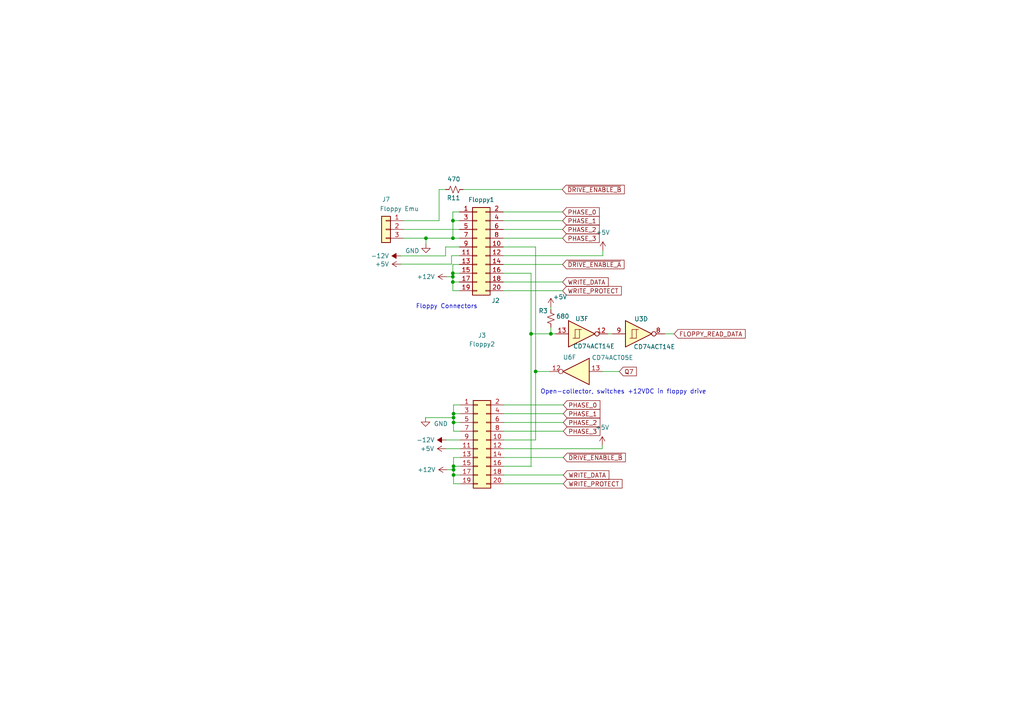
<source format=kicad_sch>
(kicad_sch (version 20230121) (generator eeschema)
  (paper "A4")
  (title_block (title "MicroSci Floppy Controller (floppy drive connectors)") (date "2023-08-25") (rev "0.3") (company "RyuCats"))
  (lib_symbols
    (symbol "74xx:74LS05" (pin_names (offset 1.016))
      (property "Reference" "U" (at 0 1.27 0))
      (property "Value" "74LS05" (at 0 -1.27 0))
      (symbol "74LS05_1_0"
        (polyline (pts (xy -3.81 3.81) (xy -3.81 -3.81) (xy 3.81 0) (xy -3.81 3.81)) (stroke (width 0.254)) (fill (type background)))
        (pin input line (at -7.62 0 0) (length 3.81) (name "~") (number "1"))
        (pin open_collector inverted (at 7.62 0 180) (length 3.81) (name "~") (number "2"))
      )
      (symbol "74LS05_2_0"
        (polyline (pts (xy -3.81 3.81) (xy -3.81 -3.81) (xy 3.81 0) (xy -3.81 3.81)) (stroke (width 0.254)) (fill (type background)))
        (pin input line (at -7.62 0 0) (length 3.81) (name "~") (number "3"))
        (pin open_collector inverted (at 7.62 0 180) (length 3.81) (name "~") (number "4"))
      )
      (symbol "74LS05_3_0"
        (polyline (pts (xy -3.81 3.81) (xy -3.81 -3.81) (xy 3.81 0) (xy -3.81 3.81)) (stroke (width 0.254)) (fill (type background)))
        (pin input line (at -7.62 0 0) (length 3.81) (name "~") (number "5"))
        (pin open_collector inverted (at 7.62 0 180) (length 3.81) (name "~") (number "6"))
      )
      (symbol "74LS05_4_0"
        (polyline (pts (xy -3.81 3.81) (xy -3.81 -3.81) (xy 3.81 0) (xy -3.81 3.81)) (stroke (width 0.254)) (fill (type background)))
        (pin open_collector inverted (at 7.62 0 180) (length 3.81) (name "~") (number "8"))
        (pin input line (at -7.62 0 0) (length 3.81) (name "~") (number "9"))
      )
      (symbol "74LS05_5_0"
        (polyline (pts (xy -3.81 3.81) (xy -3.81 -3.81) (xy 3.81 0) (xy -3.81 3.81)) (stroke (width 0.254)) (fill (type background)))
        (pin open_collector inverted (at 7.62 0 180) (length 3.81) (name "~") (number "10"))
        (pin input line (at -7.62 0 0) (length 3.81) (name "~") (number "11"))
      )
      (symbol "74LS05_6_0"
        (polyline (pts (xy -3.81 3.81) (xy -3.81 -3.81) (xy 3.81 0) (xy -3.81 3.81)) (stroke (width 0.254)) (fill (type background)))
        (pin open_collector inverted (at 7.62 0 180) (length 3.81) (name "~") (number "12"))
        (pin input line (at -7.62 0 0) (length 3.81) (name "~") (number "13"))
      )
      (symbol "74LS05_7_0"
        (pin power_in line (at 0 12.7 270) (length 5.08) (name "VCC") (number "14"))
        (pin power_in line (at 0 -12.7 90) (length 5.08) (name "GND") (number "7"))
      )
      (symbol "74LS05_7_1"
        (rectangle (start -5.08 7.62) (end 5.08 -7.62) (stroke (width 0.254)) (fill (type background)))
      )
    )
    (symbol "74xx:74LS14" (pin_names (offset 1.016))
      (property "Reference" "U" (at 0 1.27 0))
      (property "Value" "74LS14" (at 0 -1.27 0))
      (symbol "74LS14_1_0"
        (polyline (pts (xy -3.81 3.81) (xy -3.81 -3.81) (xy 3.81 0) (xy -3.81 3.81)) (stroke (width 0.254)) (fill (type background)))
        (pin input line (at -7.62 0 0) (length 3.81) (name "~") (number "1"))
        (pin output inverted (at 7.62 0 180) (length 3.81) (name "~") (number "2"))
      )
      (symbol "74LS14_1_1"
        (polyline (pts (xy -1.905 -1.27) (xy -1.905 1.27) (xy -0.635 1.27)))
        (polyline (pts (xy -2.54 -1.27) (xy -0.635 -1.27) (xy -0.635 1.27) (xy 0 1.27)))
      )
      (symbol "74LS14_2_0"
        (polyline (pts (xy -3.81 3.81) (xy -3.81 -3.81) (xy 3.81 0) (xy -3.81 3.81)) (stroke (width 0.254)) (fill (type background)))
        (pin input line (at -7.62 0 0) (length 3.81) (name "~") (number "3"))
        (pin output inverted (at 7.62 0 180) (length 3.81) (name "~") (number "4"))
      )
      (symbol "74LS14_2_1"
        (polyline (pts (xy -1.905 -1.27) (xy -1.905 1.27) (xy -0.635 1.27)))
        (polyline (pts (xy -2.54 -1.27) (xy -0.635 -1.27) (xy -0.635 1.27) (xy 0 1.27)))
      )
      (symbol "74LS14_3_0"
        (polyline (pts (xy -3.81 3.81) (xy -3.81 -3.81) (xy 3.81 0) (xy -3.81 3.81)) (stroke (width 0.254)) (fill (type background)))
        (pin input line (at -7.62 0 0) (length 3.81) (name "~") (number "5"))
        (pin output inverted (at 7.62 0 180) (length 3.81) (name "~") (number "6"))
      )
      (symbol "74LS14_3_1"
        (polyline (pts (xy -1.905 -1.27) (xy -1.905 1.27) (xy -0.635 1.27)))
        (polyline (pts (xy -2.54 -1.27) (xy -0.635 -1.27) (xy -0.635 1.27) (xy 0 1.27)))
      )
      (symbol "74LS14_4_0"
        (polyline (pts (xy -3.81 3.81) (xy -3.81 -3.81) (xy 3.81 0) (xy -3.81 3.81)) (stroke (width 0.254)) (fill (type background)))
        (pin output inverted (at 7.62 0 180) (length 3.81) (name "~") (number "8"))
        (pin input line (at -7.62 0 0) (length 3.81) (name "~") (number "9"))
      )
      (symbol "74LS14_4_1"
        (polyline (pts (xy -1.905 -1.27) (xy -1.905 1.27) (xy -0.635 1.27)))
        (polyline (pts (xy -2.54 -1.27) (xy -0.635 -1.27) (xy -0.635 1.27) (xy 0 1.27)))
      )
      (symbol "74LS14_5_0"
        (polyline (pts (xy -3.81 3.81) (xy -3.81 -3.81) (xy 3.81 0) (xy -3.81 3.81)) (stroke (width 0.254)) (fill (type background)))
        (pin output inverted (at 7.62 0 180) (length 3.81) (name "~") (number "10"))
        (pin input line (at -7.62 0 0) (length 3.81) (name "~") (number "11"))
      )
      (symbol "74LS14_5_1"
        (polyline (pts (xy -1.905 -1.27) (xy -1.905 1.27) (xy -0.635 1.27)))
        (polyline (pts (xy -2.54 -1.27) (xy -0.635 -1.27) (xy -0.635 1.27) (xy 0 1.27)))
      )
      (symbol "74LS14_6_0"
        (polyline (pts (xy -3.81 3.81) (xy -3.81 -3.81) (xy 3.81 0) (xy -3.81 3.81)) (stroke (width 0.254)) (fill (type background)))
        (pin output inverted (at 7.62 0 180) (length 3.81) (name "~") (number "12"))
        (pin input line (at -7.62 0 0) (length 3.81) (name "~") (number "13"))
      )
      (symbol "74LS14_6_1"
        (polyline (pts (xy -1.905 -1.27) (xy -1.905 1.27) (xy -0.635 1.27)))
        (polyline (pts (xy -2.54 -1.27) (xy -0.635 -1.27) (xy -0.635 1.27) (xy 0 1.27)))
      )
      (symbol "74LS14_7_0"
        (pin power_in line (at 0 12.7 270) (length 5.08) (name "VCC") (number "14"))
        (pin power_in line (at 0 -12.7 90) (length 5.08) (name "GND") (number "7"))
      )
      (symbol "74LS14_7_1"
        (rectangle (start -5.08 7.62) (end 5.08 -7.62) (stroke (width 0.254)) (fill (type background)))
      )
    )
    (symbol "Connector_Generic:Conn_01x03" (pin_names (offset 1.016) hide)
      (property "Reference" "J" (at 0 5.08 0))
      (property "Value" "Conn_01x03" (at 0 -5.08 0))
      (symbol "Conn_01x03_1_1"
        (rectangle (start -1.27 -2.413) (end 0 -2.667) (stroke (width 0.1524)))
        (rectangle (start -1.27 0.127) (end 0 -0.127) (stroke (width 0.1524)))
        (rectangle (start -1.27 2.667) (end 0 2.413) (stroke (width 0.1524)))
        (rectangle (start -1.27 3.81) (end 1.27 -3.81) (stroke (width 0.254)) (fill (type background)))
        (pin passive line (at -5.08 2.54 0) (length 3.81) (name "Pin_1") (number "1"))
        (pin passive line (at -5.08 0 0) (length 3.81) (name "Pin_2") (number "2"))
        (pin passive line (at -5.08 -2.54 0) (length 3.81) (name "Pin_3") (number "3"))
      )
    )
    (symbol "Connector_Generic:Conn_02x10_Odd_Even" (pin_names (offset 1.016) hide)
      (property "Reference" "J" (at 1.27 12.7 0))
      (property "Value" "Conn_02x10_Odd_Even" (at 1.27 -15.24 0))
      (symbol "Conn_02x10_Odd_Even_1_1"
        (rectangle (start -1.27 -12.573) (end 0 -12.827) (stroke (width 0.1524)))
        (rectangle (start -1.27 -10.033) (end 0 -10.287) (stroke (width 0.1524)))
        (rectangle (start -1.27 -7.493) (end 0 -7.747) (stroke (width 0.1524)))
        (rectangle (start -1.27 -4.953) (end 0 -5.207) (stroke (width 0.1524)))
        (rectangle (start -1.27 -2.413) (end 0 -2.667) (stroke (width 0.1524)))
        (rectangle (start -1.27 0.127) (end 0 -0.127) (stroke (width 0.1524)))
        (rectangle (start -1.27 2.667) (end 0 2.413) (stroke (width 0.1524)))
        (rectangle (start -1.27 5.207) (end 0 4.953) (stroke (width 0.1524)))
        (rectangle (start -1.27 7.747) (end 0 7.493) (stroke (width 0.1524)))
        (rectangle (start -1.27 10.287) (end 0 10.033) (stroke (width 0.1524)))
        (rectangle (start -1.27 11.43) (end 3.81 -13.97) (stroke (width 0.254)) (fill (type background)))
        (rectangle (start 3.81 -12.573) (end 2.54 -12.827) (stroke (width 0.1524)))
        (rectangle (start 3.81 -10.033) (end 2.54 -10.287) (stroke (width 0.1524)))
        (rectangle (start 3.81 -7.493) (end 2.54 -7.747) (stroke (width 0.1524)))
        (rectangle (start 3.81 -4.953) (end 2.54 -5.207) (stroke (width 0.1524)))
        (rectangle (start 3.81 -2.413) (end 2.54 -2.667) (stroke (width 0.1524)))
        (rectangle (start 3.81 0.127) (end 2.54 -0.127) (stroke (width 0.1524)))
        (rectangle (start 3.81 2.667) (end 2.54 2.413) (stroke (width 0.1524)))
        (rectangle (start 3.81 5.207) (end 2.54 4.953) (stroke (width 0.1524)))
        (rectangle (start 3.81 7.747) (end 2.54 7.493) (stroke (width 0.1524)))
        (rectangle (start 3.81 10.287) (end 2.54 10.033) (stroke (width 0.1524)))
        (pin passive line (at -5.08 10.16 0) (length 3.81) (name "Pin_1") (number "1"))
        (pin passive line (at 7.62 0 180) (length 3.81) (name "Pin_10") (number "10"))
        (pin passive line (at -5.08 -2.54 0) (length 3.81) (name "Pin_11") (number "11"))
        (pin passive line (at 7.62 -2.54 180) (length 3.81) (name "Pin_12") (number "12"))
        (pin passive line (at -5.08 -5.08 0) (length 3.81) (name "Pin_13") (number "13"))
        (pin passive line (at 7.62 -5.08 180) (length 3.81) (name "Pin_14") (number "14"))
        (pin passive line (at -5.08 -7.62 0) (length 3.81) (name "Pin_15") (number "15"))
        (pin passive line (at 7.62 -7.62 180) (length 3.81) (name "Pin_16") (number "16"))
        (pin passive line (at -5.08 -10.16 0) (length 3.81) (name "Pin_17") (number "17"))
        (pin passive line (at 7.62 -10.16 180) (length 3.81) (name "Pin_18") (number "18"))
        (pin passive line (at -5.08 -12.7 0) (length 3.81) (name "Pin_19") (number "19"))
        (pin passive line (at 7.62 10.16 180) (length 3.81) (name "Pin_2") (number "2"))
        (pin passive line (at 7.62 -12.7 180) (length 3.81) (name "Pin_20") (number "20"))
        (pin passive line (at -5.08 7.62 0) (length 3.81) (name "Pin_3") (number "3"))
        (pin passive line (at 7.62 7.62 180) (length 3.81) (name "Pin_4") (number "4"))
        (pin passive line (at -5.08 5.08 0) (length 3.81) (name "Pin_5") (number "5"))
        (pin passive line (at 7.62 5.08 180) (length 3.81) (name "Pin_6") (number "6"))
        (pin passive line (at -5.08 2.54 0) (length 3.81) (name "Pin_7") (number "7"))
        (pin passive line (at 7.62 2.54 180) (length 3.81) (name "Pin_8") (number "8"))
        (pin passive line (at -5.08 0 0) (length 3.81) (name "Pin_9") (number "9"))
      )
    )
    (symbol "Device:R_Small_US" (pin_numbers hide) (pin_names (offset 0.254) hide)
      (property "Reference" "R" (at 0.762 0.508 0))
      (property "Value" "R_Small_US" (at 0.762 -1.016 0))
      (symbol "R_Small_US_1_1"
        (polyline (pts (xy 0 0) (xy 1.016 -0.381) (xy 0 -0.762) (xy -1.016 -1.143) (xy 0 -1.524)))
        (polyline (pts (xy 0 1.524) (xy 1.016 1.143) (xy 0 0.762) (xy -1.016 0.381) (xy 0 0)))
        (pin passive line (at 0 2.54 270) (length 1.016) (name "~") (number "1"))
        (pin passive line (at 0 -2.54 90) (length 1.016) (name "~") (number "2"))
      )
    )
    (symbol "power:+12V" (power) (pin_names (offset 0))
      (property "Value" "+12V" (at 0 3.556 0))
      (symbol "+12V_0_1"
        (polyline (pts (xy -0.762 1.27) (xy 0 2.54)))
        (polyline (pts (xy 0 0) (xy 0 2.54)))
        (polyline (pts (xy 0 2.54) (xy 0.762 1.27)))
      )
      (symbol "+12V_1_1"
        (pin power_in line (at 0 0 90) (length 0) hide (name "+12V") (number "1"))
      )
    )
    (symbol "power:+5V" (power) (pin_names (offset 0))
      (property "Value" "+5V" (at 0 3.556 0))
      (symbol "+5V_0_1"
        (polyline (pts (xy -0.762 1.27) (xy 0 2.54)))
        (polyline (pts (xy 0 0) (xy 0 2.54)))
        (polyline (pts (xy 0 2.54) (xy 0.762 1.27)))
      )
      (symbol "+5V_1_1"
        (pin power_in line (at 0 0 90) (length 0) hide (name "+5V") (number "1"))
      )
    )
    (symbol "power:-12V" (power) (pin_names (offset 0))
      (property "Value" "-12V" (at 0 3.81 0))
      (symbol "-12V_0_0"
        (pin power_in line (at 0 0 90) (length 0) hide (name "-12V") (number "1"))
      )
      (symbol "-12V_0_1"
        (polyline (pts (xy 0 0) (xy 0 1.27) (xy 0.762 1.27) (xy 0 2.54) (xy -0.762 1.27) (xy 0 1.27)) (fill (type outline)))
      )
    )
    (symbol "power:GND" (power) (pin_names (offset 0))
      (property "Value" "GND" (at 0 -3.81 0))
      (symbol "GND_0_1"
        (polyline (pts (xy 0 0) (xy 0 -1.27) (xy 1.27 -1.27) (xy 0 -2.54) (xy -1.27 -1.27) (xy 0 -1.27)))
      )
      (symbol "GND_1_1"
        (pin power_in line (at 0 0 270) (length 0) hide (name "GND") (number "1"))
      )
    )
  )
  (junction (at 131.3688 64.008))
  (junction (at 131.3434 81.788))
  (junction (at 131.5466 119.9896))
  (junction (at 131.3434 79.248))
  (junction (at 131.5466 122.5296))
  (junction (at 155.3464 107.7468))
  (junction (at 131.5466 121.1326))
  (junction (at 131.5466 137.7696))
  (junction (at 131.5466 136.2456))
  (junction (at 131.5466 135.2296))
  (junction (at 131.3434 80.264))
  (junction (at 131.3688 69.088))
  (junction (at 159.766 96.8248))
  (junction (at 123.5456 69.088))
  (junction (at 154.0256 96.8248))
  (wire (pts (xy 145.9484 66.548) (xy 163.1696 66.548)))
  (wire (pts (xy 131.3434 61.468) (xy 131.3434 64.008)))
  (wire (pts (xy 131.5466 125.0696) (xy 133.4516 125.0696)))
  (wire (pts (xy 123.4186 121.1326) (xy 131.5466 121.1326)))
  (wire (pts (xy 159.766 89.0524) (xy 159.766 89.8144)))
  (wire (pts (xy 154.0256 79.248) (xy 154.0256 96.8248)))
  (wire (pts (xy 146.1516 117.4496) (xy 163.3728 117.4496)))
  (wire (pts (xy 129.3876 130.1496) (xy 133.4516 130.1496)))
  (wire (pts (xy 131.5466 122.5296) (xy 133.4516 122.5296)))
  (wire (pts (xy 176.3268 96.8248) (xy 177.5968 96.8248)))
  (wire (pts (xy 131.3434 81.788) (xy 131.3434 84.328)))
  (wire (pts (xy 131.3434 80.264) (xy 131.3434 81.788)))
  (wire (pts (xy 145.9484 64.008) (xy 163.1696 64.008)))
  (wire (pts (xy 174.6758 129.1844) (xy 174.6758 130.1496)))
  (wire (pts (xy 116.2812 76.6064) (xy 130.9624 76.6064)))
  (wire (pts (xy 154.0256 96.8248) (xy 154.0256 135.3312)))
  (wire (pts (xy 145.9484 69.088) (xy 163.1696 69.088)))
  (wire (pts (xy 146.1516 132.6896) (xy 163.3728 132.6896)))
  (wire (pts (xy 130.9624 76.6064) (xy 130.9624 74.168)))
  (wire (pts (xy 146.1516 130.1496) (xy 174.6758 130.1496)))
  (wire (pts (xy 129.2352 74.2188) (xy 129.2352 71.628)))
  (wire (pts (xy 133.4516 132.6896) (xy 131.5466 132.6896)))
  (wire (pts (xy 155.3464 107.7468) (xy 155.3464 71.628)))
  (wire (pts (xy 130.9624 74.168) (xy 133.2484 74.168)))
  (wire (pts (xy 131.5466 117.4496) (xy 131.5466 119.9896)))
  (wire (pts (xy 131.5466 137.7696) (xy 133.4516 137.7696)))
  (wire (pts (xy 145.9484 84.328) (xy 163.1696 84.328)))
  (wire (pts (xy 117.0432 66.548) (xy 133.2484 66.548)))
  (wire (pts (xy 131.5466 140.3096) (xy 133.4516 140.3096)))
  (wire (pts (xy 145.9484 76.708) (xy 163.1696 76.708)))
  (wire (pts (xy 131.3434 79.248) (xy 131.3434 80.264)))
  (wire (pts (xy 146.1516 135.2296) (xy 154.0764 135.2296)))
  (wire (pts (xy 131.3434 81.788) (xy 133.2484 81.788)))
  (wire (pts (xy 131.3688 69.088) (xy 133.2484 69.088)))
  (wire (pts (xy 131.5466 122.5296) (xy 131.5466 125.0696)))
  (wire (pts (xy 131.3434 64.008) (xy 131.3688 64.008)))
  (wire (pts (xy 146.1516 137.7696) (xy 163.3728 137.7696)))
  (wire (pts (xy 195.5292 96.8248) (xy 192.8368 96.8248)))
  (wire (pts (xy 131.5466 132.6896) (xy 131.5466 135.2296)))
  (wire (pts (xy 145.9484 81.788) (xy 163.1696 81.788)))
  (wire (pts (xy 179.6288 107.7468) (xy 174.7012 107.7468)))
  (wire (pts (xy 131.3434 84.328) (xy 133.2484 84.328)))
  (wire (pts (xy 117.0432 64.008) (xy 127.3556 64.008)))
  (wire (pts (xy 159.766 94.8944) (xy 159.766 96.8248)))
  (wire (pts (xy 131.3688 64.008) (xy 131.3688 69.088)))
  (wire (pts (xy 155.3464 107.7468) (xy 159.4612 107.7468)))
  (wire (pts (xy 131.5466 121.1326) (xy 131.5466 122.5296)))
  (wire (pts (xy 129.2352 71.628) (xy 133.2484 71.628)))
  (wire (pts (xy 145.9484 61.468) (xy 163.1696 61.468)))
  (wire (pts (xy 127.3556 54.9656) (xy 129.2352 54.9656)))
  (wire (pts (xy 133.2484 61.468) (xy 131.3434 61.468)))
  (wire (pts (xy 134.3152 54.9656) (xy 163.068 54.9656)))
  (wire (pts (xy 116.1796 74.2188) (xy 129.2352 74.2188)))
  (wire (pts (xy 154.0256 96.8248) (xy 159.766 96.8248)))
  (wire (pts (xy 131.5466 119.9896) (xy 133.4516 119.9896)))
  (wire (pts (xy 131.5466 137.7696) (xy 131.5466 140.3096)))
  (wire (pts (xy 154.0256 135.3312) (xy 154.0764 135.3312)))
  (wire (pts (xy 174.8536 72.644) (xy 174.8536 74.168)))
  (wire (pts (xy 123.5456 69.088) (xy 123.5456 70.7644)))
  (wire (pts (xy 145.9484 71.628) (xy 155.3464 71.628)))
  (wire (pts (xy 146.1516 122.5296) (xy 163.3728 122.5296)))
  (wire (pts (xy 131.3434 76.708) (xy 131.3434 79.248)))
  (wire (pts (xy 131.5466 119.9896) (xy 131.5466 121.1326)))
  (wire (pts (xy 146.1516 127.6096) (xy 155.3464 127.6096)))
  (wire (pts (xy 131.3434 79.248) (xy 133.2484 79.248)))
  (wire (pts (xy 145.9484 74.168) (xy 174.8536 74.168)))
  (wire (pts (xy 145.9484 79.248) (xy 154.0256 79.248)))
  (wire (pts (xy 131.3688 64.008) (xy 133.2484 64.008)))
  (wire (pts (xy 131.5466 135.2296) (xy 133.4516 135.2296)))
  (wire (pts (xy 131.5466 135.2296) (xy 131.5466 136.2456)))
  (wire (pts (xy 127.3556 64.008) (xy 127.3556 54.9656)))
  (wire (pts (xy 146.1516 119.9896) (xy 163.3728 119.9896)))
  (wire (pts (xy 123.5456 69.088) (xy 131.3688 69.088)))
  (wire (pts (xy 117.0432 69.088) (xy 123.5456 69.088)))
  (wire (pts (xy 133.2484 76.708) (xy 131.3434 76.708)))
  (wire (pts (xy 129.7686 136.2456) (xy 131.5466 136.2456)))
  (wire (pts (xy 146.1516 140.3096) (xy 163.3728 140.3096)))
  (wire (pts (xy 161.0868 96.8248) (xy 159.766 96.8248)))
  (wire (pts (xy 131.5466 136.2456) (xy 131.5466 137.7696)))
  (wire (pts (xy 154.0764 135.3312) (xy 154.0764 135.2296)))
  (wire (pts (xy 133.4516 117.4496) (xy 131.5466 117.4496)))
  (wire (pts (xy 129.5908 80.264) (xy 131.3434 80.264)))
  (wire (pts (xy 129.3876 127.6096) (xy 133.4516 127.6096)))
  (wire (pts (xy 155.3464 107.7468) (xy 155.3464 127.6096)))
  (wire (pts (xy 146.1516 125.0696) (xy 163.3728 125.0696)))
  (text "Open-collector, switches +12VDC in floppy drive" (at 204.8764 114.4524 0) (effects (font (size 1.27 1.27)) (justify right bottom)))
  (text "Floppy Connectors" (at 120.5992 89.7128 0) (effects (font (size 1.27 1.27)) (justify left bottom)))
  (global_label "~{DRIVE_ENABLE_B}" (shape input) (at 163.3728 132.6896 0) (property "Intersheetrefs" "${INTERSHEET_REFS}" (effects hide)))
  (global_label "WRITE_PROTECT" (shape input) (at 163.1696 84.328 0) (property "Intersheetrefs" "${INTERSHEET_REFS}" (effects hide)))
  (global_label "WRITE_PROTECT" (shape input) (at 163.3728 140.3096 0) (property "Intersheetrefs" "${INTERSHEET_REFS}" (effects hide)))
  (global_label "PHASE_2" (shape input) (at 163.1696 66.548 0) (property "Intersheetrefs" "${INTERSHEET_REFS}" (effects hide)))
  (global_label "PHASE_0" (shape input) (at 163.3728 117.4496 0) (property "Intersheetrefs" "${INTERSHEET_REFS}" (effects hide)))
  (global_label "WRITE_DATA" (shape input) (at 163.3728 137.7696 0) (property "Intersheetrefs" "${INTERSHEET_REFS}" (effects hide)))
  (global_label "~{DRIVE_ENABLE_B}" (shape input) (at 163.068 54.9656 0) (property "Intersheetrefs" "${INTERSHEET_REFS}" (effects hide)))
  (global_label "Q7" (shape input) (at 179.6288 107.7468 0) (property "Intersheetrefs" "${INTERSHEET_REFS}" (effects hide)))
  (global_label "PHASE_3" (shape input) (at 163.1696 69.088 0) (property "Intersheetrefs" "${INTERSHEET_REFS}" (effects hide)))
  (global_label "PHASE_2" (shape input) (at 163.3728 122.5296 0) (property "Intersheetrefs" "${INTERSHEET_REFS}" (effects hide)))
  (global_label "WRITE_DATA" (shape input) (at 163.1696 81.788 0) (property "Intersheetrefs" "${INTERSHEET_REFS}" (effects hide)))
  (global_label "PHASE_3" (shape input) (at 163.3728 125.0696 0) (property "Intersheetrefs" "${INTERSHEET_REFS}" (effects hide)))
  (global_label "PHASE_0" (shape input) (at 163.1696 61.468 0) (property "Intersheetrefs" "${INTERSHEET_REFS}" (effects hide)))
  (global_label "~{DRIVE_ENABLE_A}" (shape input) (at 163.1696 76.708 0) (property "Intersheetrefs" "${INTERSHEET_REFS}" (effects hide)))
  (global_label "PHASE_1" (shape input) (at 163.3728 119.9896 0) (property "Intersheetrefs" "${INTERSHEET_REFS}" (effects hide)))
  (global_label "FLOPPY_READ_DATA" (shape input) (at 195.5292 96.8248 0) (property "Intersheetrefs" "${INTERSHEET_REFS}" (effects hide)))
  (global_label "PHASE_1" (shape input) (at 163.1696 64.008 0) (property "Intersheetrefs" "${INTERSHEET_REFS}" (effects hide)))
  (symbol (lib_id "Connector_Generic:Conn_01x03") (at 111.9632 66.548 0) (mirror y) (unit 1)
    (property "Reference" "J7" (at 111.9632 57.8612 0))
    (property "Value" "Floppy Emu" (at 115.824 60.5536 0))
    (property "Footprint" "Connector_PinHeader_2.54mm:PinHeader_1x03_P2.54mm_Vertical" (effects hide))
  )
  (symbol (lib_id "power:+5V") (at 116.2812 76.6064 90) (unit 1)
    (property "Reference" "#PWR019" (effects hide))
    (property "Value" "+5V" (at 112.8522 76.6064 90) (effects (justify left)))
    (instances (project "MicroSci Floppy Controller" (path "" (reference "#PWR019") (unit 1)) (path "" (reference "#PWR023") (unit 1)) (path "" (reference "#PWR019") (unit 1))) (project "Sequential Systems Q-Print" (path "" (reference "#PWR09") (unit 1))))
  )
  (symbol (lib_id "power:+12V") (at 129.7686 136.2456 90) (unit 1)
    (property "Reference" "#PWR024" (effects hide))
    (property "Value" "+12V" (at 126.3396 136.2456 90) (effects (justify left)))
    (instances (project "MicroSci Floppy Controller" (path "" (reference "#PWR024") (unit 1)) (path "" (reference "#PWR026") (unit 1)) (path "" (reference "#PWR026") (unit 1))))
  )
  (symbol (lib_id "74xx:74LS05") (at 167.0812 107.7468 0) (mirror y) (unit 6)
    (property "Reference" "U6" (at 165.2016 103.632 0))
    (property "Value" "CD74ACT05E" (at 177.6476 103.7336 0))
    (property "Footprint" "Package_DIP:DIP-14_W7.62mm" (effects hide))
    (property "Datasheet" "http://www.ti.com/lit/gpn/sn74LS05" (effects hide))
  )
  (symbol (lib_id "Connector_Generic:Conn_02x10_Odd_Even") (at 138.3284 71.628 0) (unit 1)
    (property "Reference" "J2" (at 143.764 87.1728 0))
    (property "Value" "Floppy1" (at 139.5984 57.912 0))
    (property "Footprint" "Connector_PinHeader_2.54mm:PinHeader_2x10_P2.54mm_Horizontal" (effects hide))
  )
  (symbol (lib_id "Device:R_Small_US") (at 159.766 92.3544 0) (unit 1)
    (property "Reference" "R3" (at 156.21 90.17 0) (effects (justify left)))
    (property "Value" "680" (at 161.29 91.7448 0) (effects (justify left)))
    (property "Footprint" "Resistor_THT:R_Axial_DIN0207_L6.3mm_D2.5mm_P7.62mm_Horizontal" (effects hide))
  )
  (symbol (lib_id "Connector_Generic:Conn_02x10_Odd_Even") (at 138.5316 127.6096 0) (unit 1)
    (property "Reference" "J3" (at 139.8016 97.282 0))
    (property "Value" "Floppy2" (at 139.8016 99.822 0))
    (property "Footprint" "Connector_PinHeader_2.54mm:PinHeader_2x10_P2.54mm_Horizontal" (effects hide))
  )
  (symbol (lib_id "74xx:74LS14") (at 168.7068 96.8248 0) (unit 6)
    (property "Reference" "U3" (at 166.8272 92.456 0) (effects (justify left)))
    (property "Value" "CD74ACT14E" (at 166.2176 100.4316 0) (effects (justify left)))
    (property "Footprint" "Package_DIP:DIP-14_W7.62mm" (effects hide))
    (property "Datasheet" "http://www.ti.com/lit/gpn/sn74LS14" (effects hide))
  )
  (symbol (lib_id "power:+5V") (at 159.766 89.0524 0) (unit 1)
    (property "Reference" "#PWR016" (effects hide))
    (property "Value" "+5V" (at 162.433 86.1314 0))
    (instances (project "MicroSci Floppy Controller" (path "" (reference "#PWR016") (unit 1)) (path "" (reference "#PWR016") (unit 1)) (path "" (reference "#PWR021") (unit 1))))
  )
  (symbol (lib_id "power:GND") (at 123.4186 121.1326 0) (unit 1)
    (property "Reference" "#PWR017" (effects hide))
    (property "Value" "GND" (at 127.8636 122.9106 0))
    (instances (project "MicroSci Floppy Controller" (path "" (reference "#PWR017") (unit 1)) (path "" (reference "#PWR018") (unit 1)) (path "" (reference "#PWR022") (unit 1))))
  )
  (symbol (lib_id "Device:R_Small_US") (at 131.7752 54.9656 90) (unit 1)
    (property "Reference" "R11" (at 133.5024 57.404 90) (effects (justify left)))
    (property "Value" "470" (at 133.5532 51.9684 90) (effects (justify left)))
    (property "Footprint" "Resistor_THT:R_Axial_DIN0207_L6.3mm_D2.5mm_P7.62mm_Horizontal" (effects hide))
  )
  (symbol (lib_id "power:-12V") (at 129.3876 127.6096 90) (unit 1)
    (property "Reference" "#PWR022" (effects hide))
    (property "Value" "-12V" (at 123.4186 127.6096 90))
    (instances (project "MicroSci Floppy Controller" (path "" (reference "#PWR022") (unit 1)) (path "" (reference "#PWR020") (unit 1)) (path "" (reference "#PWR023") (unit 1))))
  )
  (symbol (lib_id "74xx:74LS14") (at 185.2168 96.8248 0) (unit 4)
    (property "Reference" "U3" (at 183.9468 92.5068 0) (effects (justify left)))
    (property "Value" "CD74ACT14E" (at 183.7436 100.584 0) (effects (justify left)))
    (property "Footprint" "Package_DIP:DIP-14_W7.62mm" (effects hide))
    (property "Datasheet" "http://www.ti.com/lit/gpn/sn74LS14" (effects hide))
  )
  (symbol (lib_id "power:+5V") (at 129.3876 130.1496 90) (unit 1)
    (property "Reference" "#PWR023" (effects hide))
    (property "Value" "+5V" (at 125.9586 130.1496 90) (effects (justify left)))
    (instances (project "MicroSci Floppy Controller" (path "" (reference "#PWR023") (unit 1)) (path "" (reference "#PWR024") (unit 1)) (path "" (reference "#PWR025") (unit 1))) (project "Sequential Systems Q-Print" (path "" (reference "#PWR09") (unit 1))))
  )
  (symbol (lib_id "power:-12V") (at 116.1796 74.2188 90) (unit 1)
    (property "Reference" "#PWR018" (effects hide))
    (property "Value" "-12V" (at 110.2106 74.2188 90))
    (instances (project "MicroSci Floppy Controller" (path "" (reference "#PWR018") (unit 1)) (path "" (reference "#PWR019") (unit 1)) (path "" (reference "#PWR018") (unit 1))))
  )
  (symbol (lib_id "power:+5V") (at 174.8536 72.644 0) (unit 1)
    (property "Reference" "#PWR025" (effects hide))
    (property "Value" "+5V" (at 174.8536 67.437 0))
    (instances (project "MicroSci Floppy Controller" (path "" (reference "#PWR025") (unit 1)) (path "" (reference "#PWR021") (unit 1)) (path "" (reference "#PWR017") (unit 1))) (project "Sequential Systems Q-Print" (path "" (reference "#PWR09") (unit 1))))
  )
  (symbol (lib_id "power:+12V") (at 129.5908 80.264 90) (unit 1)
    (property "Reference" "#PWR020" (effects hide))
    (property "Value" "+12V" (at 126.1618 80.264 90) (effects (justify left)))
    (instances (project "MicroSci Floppy Controller" (path "" (reference "#PWR020") (unit 1)) (path "" (reference "#PWR025") (unit 1)) (path "" (reference "#PWR020") (unit 1))))
  )
  (symbol (lib_id "power:GND") (at 123.5456 70.7644 0) (unit 1)
    (property "Reference" "#PWR021" (effects hide))
    (property "Value" "GND" (at 119.5832 72.7456 0))
    (instances (project "MicroSci Floppy Controller" (path "" (reference "#PWR021") (unit 1)) (path "" (reference "#PWR017") (unit 1)) (path "" (reference "#PWR016") (unit 1))))
  )
  (symbol (lib_id "power:+5V") (at 174.6758 129.1844 0) (unit 1)
    (property "Reference" "#PWR026" (effects hide))
    (property "Value" "+5V" (at 174.6758 123.9774 0))
    (instances (project "MicroSci Floppy Controller" (path "" (reference "#PWR026") (unit 1)) (path "" (reference "#PWR022") (unit 1)) (path "" (reference "#PWR024") (unit 1))) (project "Sequential Systems Q-Print" (path "" (reference "#PWR09") (unit 1))))
  )
)
</source>
